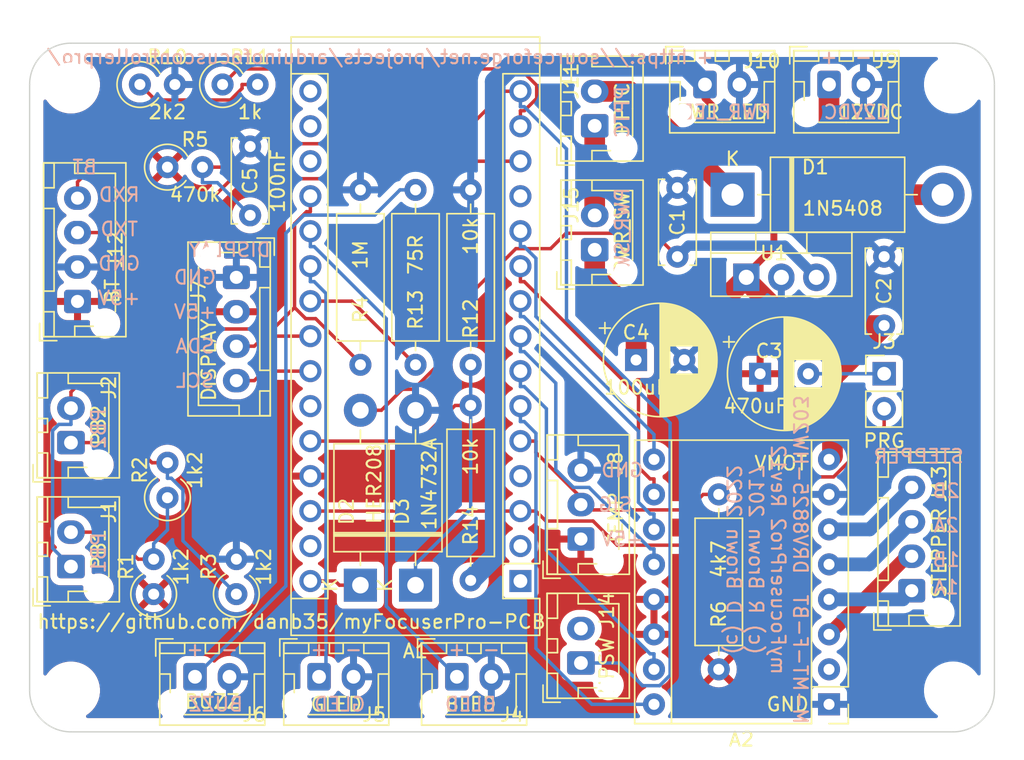
<source format=kicad_pcb>
(kicad_pcb (version 20211014) (generator pcbnew)
  (layers (0 "F.Cu" signal) (31 "B.Cu" signal) (34 "B.Paste" user) (35 "F.Paste" user) (36 "B.SilkS" user "B.Silkscreen") (37 "F.SilkS" user "F.Silkscreen") (38 "B.Mask" user) (39 "F.Mask" user) (44 "Edge.Cuts" user))
  (net 0 "")
  (net 3 "/RES")
  (net 4 "GND")
  (net 5 "/D2")
  (net 6 "/D3")
  (net 7 "/D4")
  (net 8 "/D5")
  (net 9 "/D6")
  (net 10 "/D7")
  (net 11 "/D8")
  (net 13 "/D10")
  (net 14 "/D11")
  (net 15 "/D12")
  (net 19 "/A0")
  (net 20 "/A1")
  (net 21 "/A2")
  (net 22 "/A3")
  (net 23 "/A4")
  (net 24 "/A5")
  (net 26 "/A7")
  (net 27 "+5V")
  (net 28 "Net-(A1-Pad30)")
  (net 30 "Net-(A2-Pad3)")
  (net 31 "Net-(A2-Pad4)")
  (net 32 "Net-(A2-Pad5)")
  (net 33 "Net-(A2-Pad6)")
  (net 34 "+12V")
  (net 35 "+8V")
  (net 36 "Net-(C3-Pad2)")
  (net 37 "Net-(D1-Pad1)")
  (net 38 "Net-(D1-Pad2)")
  (net 39 "Net-(J1-Pad2)")
  (net 40 "Net-(J2-Pad1)")
  (net 41 "Net-(J6-Pad1)")
  (net 42 "Net-(J11-Pad1)")
  (net 43 "Net-(J12-Pad4)")
  (footprint "MountingHole:MountingHole_3.2mm_M3" (layer "F.Cu") (at 43 147)
    (fp_text reference "H4")
    (fp_text value "MountingHole")
    (pad "" np_thru_hole circle (at 0 0) (size 3.2 3.2) (drill 3.2) (layers *.Cu *.Mask))
  )
  (footprint "Resistor_THT:R_Axial_DIN0309_L9.0mm_D3.2mm_P2.54mm_Vertical" (layer "F.Cu") (at 50 133 90)
    (fp_text reference "R2" (at 2 -2 90) (layer "F.SilkS"))
    (fp_text value "1k2" (at 2 2 90) (layer "F.SilkS"))
    (pad "1" thru_hole circle (at 0 0 90) (size 1.6 1.6) (drill 0.8) (layers *.Cu *.Mask) (net 39 "Net-(J1-Pad2)"))
    (pad "2" thru_hole oval (at 2.54 0 90) (size 1.6 1.6) (drill 0.8) (layers *.Cu *.Mask) (net 40 "Net-(J2-Pad1)"))
  )
  (footprint "Connector_JST:JST_XH_B2B-XH-AM_1x02_P2.50mm_Vertical" (layer "F.Cu") (at 61 146)
    (fp_text reference "J5" (at 4 2.75) (layer "F.SilkS"))
    (fp_text value "GLED" (at 1.25 2) (layer "F.SilkS"))
    (pad "" np_thru_hole circle (at -1.6 2) (size 1.2 1.2) (drill 1.2) (layers *.Cu *.Mask))
    (pad "1" thru_hole roundrect (at 0 0) (size 1.7 2) (drill 1) (layers *.Cu *.Mask) (roundrect_rratio 0.1470588235) (net 21 "/A2"))
    (pad "2" thru_hole oval (at 2.5 0) (size 1.7 2) (drill 1) (layers *.Cu *.Mask) (net 4 "GND"))
  )
  (footprint "Capacitor_THT:C_Disc_D6.0mm_W2.5mm_P5.00mm" (layer "F.Cu") (at 102 120.5 90)
    (fp_text reference "C2" (at 2.5 0 90) (layer "F.SilkS"))
    (fp_text value "0.33uF")
    (pad "1" thru_hole circle (at 0 0 90) (size 1.6 1.6) (drill 0.8) (layers *.Cu *.Mask) (net 34 "+12V"))
    (pad "2" thru_hole circle (at 5 0 90) (size 1.6 1.6) (drill 0.8) (layers *.Cu *.Mask) (net 4 "GND"))
  )
  (footprint "Connector_JST:JST_XH_B4B-XH-AM_1x04_P2.50mm_Vertical" (layer "F.Cu") (at 55 117 -90)
    (fp_text reference "J7" (at 1 2.75 90) (layer "F.SilkS"))
    (fp_text value "DISPLAY" (at 6 2 90) (layer "F.SilkS"))
    (pad "" np_thru_hole circle (at -1.6 2 270) (size 1.2 1.2) (drill 1.2) (layers *.Cu *.Mask))
    (pad "1" thru_hole roundrect (at 0 0 270) (size 1.7 1.95) (drill 0.95) (layers *.Cu *.Mask) (roundrect_rratio 0.1470588235) (net 4 "GND"))
    (pad "2" thru_hole oval (at 2.5 0 270) (size 1.7 1.95) (drill 0.95) (layers *.Cu *.Mask) (net 27 "+5V"))
    (pad "3" thru_hole oval (at 5 0 270) (size 1.7 1.95) (drill 0.95) (layers *.Cu *.Mask) (net 23 "/A4"))
    (pad "4" thru_hole oval (at 7.5 0 270) (size 1.7 1.95) (drill 0.95) (layers *.Cu *.Mask) (net 24 "/A5"))
  )
  (footprint "Resistor_THT:R_Axial_DIN0309_L9.0mm_D3.2mm_P12.70mm_Horizontal" (layer "F.Cu") (at 64 123.35 90)
    (fp_text reference "R4" (at 4 0 90) (layer "F.SilkS"))
    (fp_text value "1M" (at 8 0 90) (layer "F.SilkS"))
    (pad "1" thru_hole circle (at 0 0 90) (size 1.6 1.6) (drill 0.8) (layers *.Cu *.Mask) (net 19 "/A0"))
    (pad "2" thru_hole oval (at 12.7 0 90) (size 1.6 1.6) (drill 0.8) (layers *.Cu *.Mask) (net 4 "GND"))
  )
  (footprint "Connector_JST:JST_XH_B3B-XH-AM_1x03_P2.50mm_Vertical" (layer "F.Cu") (at 80 136 90)
    (fp_text reference "J8" (at 5.5 2.5 90) (layer "F.SilkS"))
    (fp_text value "TEMP" (at 1.5 2.525 90) (layer "F.SilkS"))
    (pad "" np_thru_hole circle (at -1.6 2 90) (size 1.2 1.2) (drill 1.2) (layers *.Cu *.Mask))
    (pad "1" thru_hole roundrect (at 0 0 90) (size 1.7 1.95) (drill 0.95) (layers *.Cu *.Mask) (roundrect_rratio 0.1470588235) (net 27 "+5V"))
    (pad "2" thru_hole oval (at 2.5 0 90) (size 1.7 1.95) (drill 0.95) (layers *.Cu *.Mask) (net 5 "/D2"))
    (pad "3" thru_hole oval (at 5 0 90) (size 1.7 1.95) (drill 0.95) (layers *.Cu *.Mask) (net 4 "GND"))
  )
  (footprint "Resistor_THT:R_Axial_DIN0309_L9.0mm_D3.2mm_P2.54mm_Vertical" (layer "F.Cu") (at 54 103)
    (fp_text reference "R11" (at 2 -2) (layer "F.SilkS"))
    (fp_text value "1k" (at 2 2) (layer "F.SilkS"))
    (pad "1" thru_hole circle (at 0 0) (size 1.6 1.6) (drill 0.8) (layers *.Cu *.Mask) (net 14 "/D11"))
    (pad "2" thru_hole oval (at 2.54 0) (size 1.6 1.6) (drill 0.8) (layers *.Cu *.Mask) (net 43 "Net-(J12-Pad4)"))
  )
  (footprint "Connector_JST:JST_XH_B2B-XH-AM_1x02_P2.50mm_Vertical" (layer "F.Cu") (at 81 106 90)
    (fp_text reference "J11" (at 3.25 -1.7 90) (layer "F.SilkS"))
    (fp_text value "PPTC" (at 1.25 2 90) (layer "F.SilkS"))
    (pad "" np_thru_hole circle (at -1.6 2 90) (size 1.2 1.2) (drill 1.2) (layers *.Cu *.Mask))
    (pad "1" thru_hole roundrect (at 0 0 90) (size 1.7 2) (drill 1) (layers *.Cu *.Mask) (roundrect_rratio 0.1470588235) (net 42 "Net-(J11-Pad1)"))
    (pad "2" thru_hole oval (at 2.5 0 90) (size 1.7 2) (drill 1) (layers *.Cu *.Mask) (net 37 "Net-(D1-Pad1)"))
  )
  (footprint "Resistor_THT:R_Axial_DIN0309_L9.0mm_D3.2mm_P12.70mm_Horizontal" (layer "F.Cu") (at 72 139 90)
    (fp_text reference "R14" (at 4 0 90) (layer "F.SilkS"))
    (fp_text value "10k" (at 9 0 90) (layer "F.SilkS"))
    (pad "1" thru_hole circle (at 0 0 90) (size 1.6 1.6) (drill 0.8) (layers *.Cu *.Mask) (net 34 "+12V"))
    (pad "2" thru_hole oval (at 12.7 0 90) (size 1.6 1.6) (drill 0.8) (layers *.Cu *.Mask) (net 26 "/A7"))
  )
  (footprint "Resistor_THT:R_Axial_DIN0309_L9.0mm_D3.2mm_P12.70mm_Horizontal" (layer "F.Cu") (at 90 145.46 90)
    (fp_text reference "R6" (at 4 0 90) (layer "F.SilkS"))
    (fp_text value "4k7" (at 8 0 90) (layer "F.SilkS"))
    (pad "1" thru_hole circle (at 0 0 90) (size 1.6 1.6) (drill 0.8) (layers *.Cu *.Mask) (net 27 "+5V"))
    (pad "2" thru_hole oval (at 12.7 0 90) (size 1.6 1.6) (drill 0.8) (layers *.Cu *.Mask) (net 5 "/D2"))
  )
  (footprint "Connector_JST:JST_XH_B2B-XH-AM_1x02_P2.50mm_Vertical" (layer "F.Cu") (at 52 146)
    (fp_text reference "J6" (at 4.3 2.75) (layer "F.SilkS"))
    (fp_text value "BUZZ" (at 1.25 1.8) (layer "F.SilkS"))
    (pad "" np_thru_hole circle (at -1.6 2) (size 1.2 1.2) (drill 1.2) (layers *.Cu *.Mask))
    (pad "1" thru_hole roundrect (at 0 0) (size 1.7 2) (drill 1) (layers *.Cu *.Mask) (roundrect_rratio 0.1470588235) (net 41 "Net-(J6-Pad1)"))
    (pad "2" thru_hole oval (at 2.5 0) (size 1.7 2) (drill 1) (layers *.Cu *.Mask) (net 4 "GND"))
  )
  (footprint "Resistor_THT:R_Axial_DIN0309_L9.0mm_D3.2mm_P2.54mm_Vertical" (layer "F.Cu") (at 49 140 90)
    (fp_text reference "R1" (at 2 -2 90) (layer "F.SilkS"))
    (fp_text value "1k2" (at 2 2 90) (layer "F.SilkS"))
    (pad "1" thru_hole circle (at 0 0 90) (size 1.6 1.6) (drill 0.8) (layers *.Cu *.Mask) (net 27 "+5V"))
    (pad "2" thru_hole oval (at 2.54 0 90) (size 1.6 1.6) (drill 0.8) (layers *.Cu *.Mask) (net 39 "Net-(J1-Pad2)"))
  )
  (footprint "Resistor_THT:R_Axial_DIN0309_L9.0mm_D3.2mm_P2.54mm_Vertical" (layer "F.Cu") (at 50 109)
    (fp_text reference "R5" (at 2 -2) (layer "F.SilkS"))
    (fp_text value "470k" (at 2 2) (layer "F.SilkS"))
    (pad "1" thru_hole circle (at 0 0) (size 1.6 1.6) (drill 0.8) (layers *.Cu *.Mask) (net 27 "+5V"))
    (pad "2" thru_hole oval (at 2.54 0) (size 1.6 1.6) (drill 0.8) (layers *.Cu *.Mask) (net 15 "/D12"))
  )
  (footprint "MountingHole:MountingHole_3.2mm_M3" (layer "F.Cu") (at 43 103)
    (fp_text reference "H1")
    (fp_text value "MountingHole")
    (pad "" np_thru_hole circle (at 0 0) (size 3.2 3.2) (drill 3.2) (layers *.Cu *.Mask))
  )
  (footprint "Connector_PinHeader_2.54mm:PinHeader_1x02_P2.54mm_Vertical" (layer "F.Cu") (at 102 124)
    (fp_text reference "J3" (at 0 -2.33) (layer "F.SilkS"))
    (fp_text value "PRG" (at 0 4.87) (layer "F.SilkS"))
    (pad "1" thru_hole rect (at 0 0) (size 1.7 1.7) (drill 1) (layers *.Cu *.Mask) (net 36 "Net-(C3-Pad2)"))
    (pad "2" thru_hole oval (at 0 2.54) (size 1.7 1.7) (drill 1) (layers *.Cu *.Mask) (net 3 "/RES"))
  )
  (footprint "Connector_JST:JST_XH_B2B-XH-AM_1x02_P2.50mm_Vertical" (layer "F.Cu") (at 71 146)
    (fp_text reference "J4" (at 4 2.75) (layer "F.SilkS"))
    (fp_text value "BLED" (at 1 2) (layer "F.SilkS"))
    (pad "" np_thru_hole circle (at -1.6 2) (size 1.2 1.2) (drill 1.2) (layers *.Cu *.Mask))
    (pad "1" thru_hole roundrect (at 0 0) (size 1.7 2) (drill 1) (layers *.Cu *.Mask) (roundrect_rratio 0.1470588235) (net 20 "/A1"))
    (pad "2" thru_hole oval (at 2.5 0) (size 1.7 2) (drill 1) (layers *.Cu *.Mask) (net 4 "GND"))
  )
  (footprint "Diode_THT:D_DO-15_P12.70mm_Horizontal" (layer "F.Cu") (at 68 139.35 90)
    (fp_text reference "D3" (at 5.35 -1 90) (layer "F.SilkS"))
    (fp_text value "1N4732A" (at 7.35 1 90) (layer "F.SilkS"))
    (fp_text user "K" (at 0 -2.2 90) (layer "F.SilkS"))
    (pad "1" thru_hole rect (at 0 0 90) (size 2.4 2.4) (drill 1.2) (layers *.Cu *.Mask) (net 26 "/A7"))
    (pad "2" thru_hole oval (at 12.7 0 90) (size 2.4 2.4) (drill 1.2) (layers *.Cu *.Mask) (net 4 "GND"))
  )
  (footprint "Connector_JST:JST_XH_B4B-XH-AM_1x04_P2.50mm_Vertical" (layer "F.Cu") (at 43.475 118.75 90)
    (fp_text reference "J12" (at 3.75 2.75 90) (layer "F.SilkS"))
    (fp_text value "BT" (at 0.75 2.525 90) (layer "F.SilkS"))
    (pad "" np_thru_hole circle (at -1.6 2 90) (size 1.2 1.2) (drill 1.2) (layers *.Cu *.Mask))
    (pad "1" thru_hole roundrect (at 0 0 90) (size 1.7 1.95) (drill 0.95) (layers *.Cu *.Mask) (roundrect_rratio 0.1470588235) (net 27 "+5V"))
    (pad "2" thru_hole oval (at 2.5 0 90) (size 1.7 1.95) (drill 0.95) (layers *.Cu *.Mask) (net 4 "GND"))
    (pad "3" thru_hole oval (at 5 0 90) (size 1.7 1.95) (drill 0.95) (layers *.Cu *.Mask) (net 13 "/D10"))
    (pad "4" thru_hole oval (at 7.5 0 90) (size 1.7 1.95) (drill 0.95) (layers *.Cu *.Mask) (net 43 "Net-(J12-Pad4)"))
  )
  (footprint "Diode_THT:D_DO-201AD_P15.24mm_Horizontal" (layer "F.Cu") (at 91 111)
    (fp_text reference "D1" (at 6 -2) (layer "F.SilkS"))
    (fp_text value "1N5408" (at 8 1) (layer "F.SilkS"))
    (fp_text user "K" (at 0 -2.6) (layer "F.SilkS"))
    (pad "1" thru_hole rect (at 0 0) (size 3.2 3.2) (drill 1.6) (layers *.Cu *.Mask) (net 37 "Net-(D1-Pad1)"))
    (pad "2" thru_hole oval (at 15.24 0) (size 3.2 3.2) (drill 1.6) (layers *.Cu *.Mask) (net 38 "Net-(D1-Pad2)"))
  )
  (footprint "Module:Pololu_Breakout-16_15.2x20.3mm" (layer "F.Cu") (at 98 148 180)
    (fp_text reference "A2" (at 6.35 -2.54) (layer "F.SilkS"))
    (fp_text value "Pololu_Breakout_DRV8825")
    (pad "1" thru_hole rect (at 0 0 180) (size 1.6 1.6) (drill 0.8) (layers *.Cu *.Mask) (net 4 "GND"))
    (pad "2" thru_hole oval (at 0 2.54 180) (size 1.6 1.6) (drill 0.8) (layers *.Cu *.Mask))
    (pad "3" thru_hole oval (at 0 5.08 180) (size 1.6 1.6) (drill 0.8) (layers *.Cu *.Mask) (net 30 "Net-(A2-Pad3)"))
    (pad "4" thru_hole oval (at 0 7.62 180) (size 1.6 1.6) (drill 0.8) (layers *.Cu *.Mask) (net 31 "Net-(A2-Pad4)"))
    (pad "5" thru_hole oval (at 0 10.16 180) (size 1.6 1.6) (drill 0.8) (layers *.Cu *.Mask) (net 32 "Net-(A2-Pad5)"))
    (pad "6" thru_hole oval (at 0 12.7 180) (size 1.6 1.6) (drill 0.8) (layers *.Cu *.Mask) (net 33 "Net-(A2-Pad6)"))
    (pad "7" thru_hole oval (at 0 15.24 180) (size 1.6 1.6) (drill 0.8) (layers *.Cu *.Mask) (net 4 "GND"))
    (pad "8" thru_hole oval (at 0 17.78 180) (size 1.6 1.6) (drill 0.8) (layers *.Cu *.Mask) (net 34 "+12V"))
    (pad "9" thru_hole oval (at 12.7 17.78 180) (size 1.6 1.6) (drill 0.8) (layers *.Cu *.Mask) (net 11 "/D8"))
    (pad "10" thru_hole oval (at 12.7 15.24 180) (size 1.6 1.6) (drill 0.8) (layers *.Cu *.Mask) (net 10 "/D7"))
    (pad "11" thru_hole oval (at 12.7 12.7 180) (size 1.6 1.6) (drill 0.8) (layers *.Cu *.Mask) (net 9 "/D6"))
    (pad "12" thru_hole oval (at 12.7 10.16 180) (size 1.6 1.6) (drill 0.8) (layers *.Cu *.Mask) (net 8 "/D5"))
    (pad "13" thru_hole oval (at 12.7 7.62 180) (size 1.6 1.6) (drill 0.8) (layers *.Cu *.Mask) (net 27 "+5V"))
    (pad "14" thru_hole oval (at 12.7 5.08 180) (size 1.6 1.6) (drill 0.8) (layers *.Cu *.Mask) (net 27 "+5V"))
    (pad "15" thru_hole oval (at 12.7 2.54 180) (size 1.6 1.6) (drill 0.8) (layers *.Cu *.Mask) (net 7 "/D4"))
    (pad "16" thru_hole oval (at 12.7 0 180) (size 1.6 1.6) (drill 0.8) (layers *.Cu *.Mask) (net 6 "/D3"))
  )
  (footprint "Package_TO_SOT_THT:TO-220-3_Vertical" (layer "F.Cu") (at 92 117)
    (fp_text reference "U1" (at 2 -1.76) (layer "F.SilkS"))
    (fp_text value "LM7808_TO220")
    (pad "1" thru_hole rect (at 0 0) (size 1.905 2) (drill 1.1) (layers *.Cu *.Mask) (net 34 "+12V"))
    (pad "2" thru_hole oval (at 2.54 0) (size 1.905 2) (drill 1.1) (layers *.Cu *.Mask) (net 4 "GND"))
    (pad "3" thru_hole oval (at 5.08 0) (size 1.905 2) (drill 1.1) (layers *.Cu *.Mask) (net 35 "+8V"))
  )
  (footprint "Connector_JST:JST_XH_B2B-XH-AM_1x02_P2.50mm_Vertical" (layer "F.Cu") (at 98 103)
    (fp_text reference "J9" (at 4.15 -1.7) (layer "F.SilkS"))
    (fp_text value "12VDC" (at 3 2) (layer "F.SilkS"))
    (pad "" np_thru_hole circle (at -1.6 2) (size 1.2 1.2) (drill 1.2) (layers *.Cu *.Mask))
    (pad "1" thru_hole roundrect (at 0 0) (size 1.7 2) (drill 1) (layers *.Cu *.Mask) (roundrect_rratio 0.1470588235) (net 38 "Net-(D1-Pad2)"))
    (pad "2" thru_hole oval (at 2.5 0) (size 1.7 2) (drill 1) (layers *.Cu *.Mask) (net 4 "GND"))
  )
  (footprint "Capacitor_THT:CP_Radial_D8.0mm_P3.50mm" (layer "F.Cu") (at 93 124)
    (fp_text reference "C3" (at 0.652651 -1.65) (layer "F.SilkS"))
    (fp_text value "470uF" (at -0.347349 2.35) (layer "F.SilkS"))
    (pad "1" thru_hole rect (at 0 0) (size 1.6 1.6) (drill 0.8) (layers *.Cu *.Mask) (net 27 "+5V"))
    (pad "2" thru_hole circle (at 3.5 0) (size 1.6 1.6) (drill 0.8) (layers *.Cu *.Mask) (net 36 "Net-(C3-Pad2)"))
  )
  (footprint "Connector_JST:JST_XH_B2B-XH-AM_1x02_P2.50mm_Vertical" (layer "F.Cu") (at 81 115 90)
    (fp_text reference "J15" (at 3.25 -1.7 90) (layer "F.SilkS"))
    (fp_text value "PWR_SW" (at 1.25 2 90) (layer "F.SilkS"))
    (pad "" np_thru_hole circle (at -1.6 2 90) (size 1.2 1.2) (drill 1.2) (layers *.Cu *.Mask))
    (pad "1" thru_hole roundrect (at 0 0 90) (size 1.7 2) (drill 1) (layers *.Cu *.Mask) (roundrect_rratio 0.1470588235) (net 34 "+12V"))
    (pad "2" thru_hole oval (at 2.5 0 90) (size 1.7 2) (drill 1) (layers *.Cu *.Mask) (net 42 "Net-(J11-Pad1)"))
  )
  (footprint "Capacitor_THT:C_Disc_D6.0mm_W2.5mm_P5.00mm" (layer "F.Cu") (at 56 112.5 90)
    (fp_text reference "C5" (at 2.5 0 90) (layer "F.SilkS"))
    (fp_text value "100nF" (at 2.5 2 90) (layer "F.SilkS"))
    (pad "1" thru_hole circle (at 0 0 90) (size 1.6 1.6) (drill 0.8) (layers *.Cu *.Mask) (net 15 "/D12"))
    (pad "2" thru_hole circle (at 5 0 90) (size 1.6 1.6) (drill 0.8) (layers *.Cu *.Mask) (net 4 "GND"))
  )
  (footprint "Capacitor_THT:C_Disc_D6.0mm_W2.5mm_P5.00mm" (layer "F.Cu") (at 87 115.5 90)
    (fp_text reference "C1" (at 2.5 0 90) (layer "F.SilkS"))
    (fp_text value "0.1uF")
    (pad "1" thru_hole circle (at 0 0 90) (size 1.6 1.6) (drill 0.8) (layers *.Cu *.Mask) (net 35 "+8V"))
    (pad "2" thru_hole circle (at 5 0 90) (size 1.6 1.6) (drill 0.8) (layers *.Cu *.Mask) (net 4 "GND"))
  )
  (footprint "MountingHole:MountingHole_3.2mm_M3" (layer "F.Cu") (at 107 147)
    (fp_text reference "H3")
    (fp_text value "MountingHole")
    (pad "" np_thru_hole circle (at 0 0) (size 3.2 3.2) (drill 3.2) (layers *.Cu *.Mask))
  )
  (footprint "Resistor_THT:R_Axial_DIN0309_L9.0mm_D3.2mm_P12.70mm_Horizontal" (layer "F.Cu") (at 72 123.35 90)
    (fp_text reference "R12" (at 3.35 0 90) (layer "F.SilkS"))
    (fp_text value "10k" (at 9.35 0 90) (layer "F.SilkS"))
    (pad "1" thru_hole circle (at 0 0 90) (size 1.6 1.6) (drill 0.8) (layers *.Cu *.Mask) (net 26 "/A7"))
    (pad "2" thru_hole oval (at 12.7 0 90) (size 1.6 1.6) (drill 0.8) (layers *.Cu *.Mask) (net 4 "GND"))
  )
  (footprint "Resistor_THT:R_Axial_DIN0309_L9.0mm_D3.2mm_P2.54mm_Vertical" (layer "F.Cu") (at 55 140 90)
    (fp_text reference "R3" (at 2 -2 90) (layer "F.SilkS"))
    (fp_text value "1k2" (at 2 2 90) (layer "F.SilkS"))
    (pad "1" thru_hole circle (at 0 0 90) (size 1.6 1.6) (drill 0.8) (layers *.Cu *.Mask) (net 40 "Net-(J2-Pad1)"))
    (pad "2" thru_hole oval (at 2.54 0 90) (size 1.6 1.6) (drill 0.8) (layers *.Cu *.Mask) (net 4 "GND"))
  )
  (footprint "Diode_THT:D_DO-15_P12.70mm_Horizontal" (layer "F.Cu") (at 64 139.35 90)
    (fp_text reference "D2" (at 5.35 -1 90) (layer "F.SilkS"))
    (fp_text value "HER208" (at 7.35 1 90) (layer "F.SilkS"))
    (fp_text user "K" (at 0 -2.2 90) (layer "F.SilkS"))
    (pad "1" thru_hole rect (at 0 0 90) (size 2.4 2.4) (drill 1.2) (layers *.Cu *.Mask) (net 28 "Net-(A1-Pad30)"))
    (pad "2" thru_hole oval (at 12.7 0 90) (size 2.4 2.4) (drill 1.2) (layers *.Cu *.Mask) (net 35 "+8V"))
  )
  (footprint "Resistor_THT:R_Axial_DIN0309_L9.0mm_D3.2mm_P2.54mm_Vertical" (layer "F.Cu") (at 48 103)
    (fp_text reference "R10" (at 2 -2) (layer "F.SilkS"))
    (fp_text value "2k2" (at 2 2) (layer "F.SilkS"))
    (pad "1" thru_hole circle (at 0 0) (size 1.6 1.6) (drill 0.8) (layers *.Cu *.Mask) (net 43 "Net-(J12-Pad4)"))
    (pad "2" thru_hole oval (at 2.54 0) (size 1.6 1.6) (drill 0.8) (layers *.Cu *.Mask) (net 4 "GND"))
  )
  (footprint "Connector_JST:JST_XH_B2B-XH-AM_1x02_P2.50mm_Vertical" (layer "F.Cu") (at 43 129 90)
    (fp_text reference "J2" (at 4 2.75 90) (layer "F.SilkS"))
    (fp_text value "PB2" (at 1.25 2 90) (layer "F.SilkS"))
    (pad "" np_thru_hole circle (at -1.6 2 90) (size 1.2 1.2) (drill 1.2) (layers *.Cu *.Mask))
    (pad "1" thru_hole roundrect (at 0 0 90) (size 1.7 2) (drill 1) (layers *.Cu *.Mask) (roundrect_rratio 0.1470588235) (net 40 "Net-(J2-Pad1)"))
    (pad "2" thru_hole oval (at 2.5 0 90) (size 1.7 2) (drill 1) (layers *.Cu *.Mask) (net 19 "/A0"))
  )
  (footprint "Connector_JST:JST_XH_B2B-XH-AM_1x02_P2.50mm_Vertical" (layer "F.Cu") (at 89 103)
    (fp_text reference "J10" (at 4.15 -1.7) (layer "F.SilkS"))
    (fp_text value "PWR_LED" (at 1.25 2) (layer "F.SilkS"))
    (pad "" np_thru_hole circle (at -1.6 2) (size 1.2 1.2) (drill 1.2) (layers *.Cu *.Mask))
    (pad "1" thru_hole roundrect (at 0 0) (size 1.7 2) (drill 1) (layers *.Cu *.Mask) (roundrect_rratio 0.1470588235) (net 34 "+12V"))
    (pad "2" thru_hole oval (at 2.5 0) (size 1.7 2) (drill 1) (layers *.Cu *.Mask) (net 4 "GND"))
  )
  (footprint "Connector_JST:JST_XH_B2B-XH-AM_1x02_P2.50mm_Vertical" (layer "F.Cu") (at 43 138 90)
    (fp_text reference "J1" (at 4 2.75 90) (layer "F.SilkS"))
    (fp_text value "PB1" (at 1.25 2 90) (layer "F.SilkS"))
    (pad "" np_thru_hole circle (at -1.6 2 90) (size 1.2 1.2) (drill 1.2) (layers *.Cu *.Mask))
    (pad "1" thru_hole roundrect (at 0 0 90) (size 1.7 2) (drill 1) (layers *.Cu *.Mask) (roundrect_rratio 0.1470588235) (net 19 "/A0"))
    (pad "2" thru_hole oval (at 2.5 0 90) (size 1.7 2) (drill 1) (layers *.Cu *.Mask) (net 39 "Net-(J1-Pad2)"))
  )
  (footprint "Capacitor_THT:CP_Radial_D8.0mm_P3.50mm" (layer "F.Cu") (at 84 123)
    (fp_text reference "C4" (at 0 -2) (layer "F.SilkS"))
    (fp_text value "100uF" (at 0 2) (layer "F.SilkS"))
    (pad "1" thru_hole rect (at 0 0) (size 1.6 1.6) (drill 0.8) (layers *.Cu *.Mask) (net 34 "+12V"))
    (pad "2" thru_hole circle (at 3.5 0) (size 1.6 1.6) (drill 0.8) (layers *.Cu *.Mask) (net 4 "GND"))
  )
  (footprint "Connector_JST:JST_XH_B4B-XH-AM_1x04_P2.50mm_Vertical" (layer "F.Cu") (at 104 139.75 90)
    (fp_text reference "J13" (at 7.75 2 90) (layer "F.SilkS"))
    (fp_text value "STEPPER" (at 2.75 2 90) (layer "F.SilkS"))
    (pad "" np_thru_hole circle (at -1.6 2 90) (size 1.2 1.2) (drill 1.2) (layers *.Cu *.Mask))
    (pad "1" thru_hole roundrect (at 0 0 90) (size 1.7 1.95) (drill 0.95) (layers *.Cu *.Mask) (roundrect_rratio 0.1470588235) (net 31 "Net-(A2-Pad4)"))
    (pad "2" thru_hole oval (at 2.5 0 90) (size 1.7 1.95) (drill 0.95) (layers *.Cu *.Mask) (net 30 "Net-(A2-Pad3)"))
    (pad "3" thru_hole oval (at 5 0 90) (size 1.7 1.95) (drill 0.95) (layers *.Cu *.Mask) (net 32 "Net-(A2-Pad5)"))
    (pad "4" thru_hole oval (at 7.5 0 90) (size 1.7 1.95) (drill 0.95) (layers *.Cu *.Mask) (net 33 "Net-(A2-Pad6)"))
  )
  (footprint "MountingHole:MountingHole_3.2mm_M3" (layer "F.Cu") (at 107 103)
    (fp_text reference "H2")
    (fp_text value "MountingHole")
    (pad "" np_thru_hole circle (at 0 0) (size 3.2 3.2) (drill 3.2) (layers *.Cu *.Mask))
  )
  (footprint "Module:Arduino_Nano" (layer "F.Cu") (at 75.61 139.05 180)
    (fp_text reference "A1" (at 7.62 -5.08) (layer "F.SilkS"))
    (fp_text value "Arduino_Nano_v3.x")
    (pad "1" thru_hole rect (at 0 0 180) (size 1.6 1.6) (drill 1) (layers *.Cu *.Mask))
    (pad "2" thru_hole oval (at 0 2.54 180) (size 1.6 1.6) (drill 1) (layers *.Cu *.Mask))
    (pad "3" thru_hole oval (at 0 5.08 180) (size 1.6 1.6) (drill 1) (layers *.Cu *.Mask) (net 3 "/RES"))
    (pad "4" thru_hole oval (at 0 7.62 180) (size 1.6 1.6) (drill 1) (layers *.Cu *.Mask) (net 4 "GND"))
    (pad "5" thru_hole oval (at 0 10.16 180) (size 1.6 1.6) (drill 1) (layers *.Cu *.Mask) (net 5 "/D2"))
    (pad "6" thru_hole oval (at 0 12.7 180) (size 1.6 1.6) (drill 1) (layers *.Cu *.Mask) (net 6 "/D3"))
    (pad "7" thru_hole oval (at 0 15.24 180) (size 1.6 1.6) (drill 1) (layers *.Cu *.Mask) (net 7 "/D4"))
    (pad "8" thru_hole oval (at 0 17.78 180) (size 1.6 1.6) (drill 1) (layers *.Cu *.Mask) (net 8 "/D5"))
    (pad "9" thru_hole oval (at 0 20.32 180) (size 1.6 1.6) (drill 1) (layers *.Cu *.Mask) (net 9 "/D6"))
    (pad "10" thru_hole oval (at 0 22.86 180) (size 1.6 1.6) (drill 1) (layers *.Cu *.Mask) (net 10 "/D7"))
    (pad "11" thru_hole oval (at 0 25.4 180) (size 1.6 1.6) (drill 1) (layers *.Cu *.Mask) (net 11 "/D8"))
    (pad "12" thru_hole oval (at 0 27.94 180) (size 1.6 1.6) (drill 1) (layers *.Cu *.Mask))
    (pad "13" thru_hole oval (at 0 30.48 180) (size 1.6 1.6) (drill 1) (layers *.Cu *.Mask) (net 13 "/D10"))
    (pad "14" thru_hole oval (at 0 33.02 180) (size 1.6 1.6) (drill 1) (layers *.Cu *.Mask) (net 14 "/D11"))
    (pad "15" thru_hole oval (at 0 35.56 180) (size 1.6 1.6) (drill 1) (layers *.Cu *.Mask) (net 15 "/D12"))
    (pad "16" thru_hole oval (at 15.24 35.56 180) (size 1.6 1.6) (drill 1) (layers *.Cu *.Mask))
    (pad "17" thru_hole oval (at 15.24 33.02 180) (size 1.6 1.6) (drill 1) (layers *.Cu *.Mask))
    (pad "18" thru_hole oval (at 15.24 30.48 180) (size 1.6 1.6) (drill 1) (layers *.Cu *.Mask))
    (pad "19" thru_hole oval (at 15.24 27.94 180) (size 1.6 1.6) (drill 1) (layers *.Cu *.Mask) (net 19 "/A0"))
    (pad "20" thru_hole oval (at 15.24 25.4 180) (size 1.6 1.6) (drill 1) (layers *.Cu *.Mask) (net 20 "/A1"))
    (pad "21" thru_hole oval (at 15.24 22.86 180) (size 1.6 1.6) (drill 1) (layers *.Cu *.Mask) (net 21 "/A2"))
    (pad "22" thru_hole oval (at 15.24 20.32 180) (size 1.6 1.6) (drill 1) (layers *.Cu *.Mask) (net 22 "/A3"))
    (pad "23" thru_hole oval (at 15.24 17.78 180) (size 1.6 1.6) (drill 1) (layers *.Cu *.Mask) (net 23 "/A4"))
    (pad "24" thru_hole oval (at 15.24 15.24 180) (size 1.6 1.6) (drill 1) (layers *.Cu *.Mask) (net 24 "/A5"))
    (pad "25" thru_hole oval (at 15.24 12.7 180) (size 1.6 1.6) (drill 1) (layers *.Cu *.Mask))
    (pad "26" thru_hole oval (at 15.24 10.16 180) (size 1.6 1.6) (drill 1) (layers *.Cu *.Mask) (net 26 "/A7"))
    (pad "27" thru_hole oval (at 15.24 7.62 180) (size 1.6 1.6) (drill 1) (layers *.Cu *.Mask) (net 27 "+5V"))
    (pad "28" thru_hole oval (at 15.24 5.08 180) (size 1.6 1.6) (drill 1) (layers *.Cu *.Mask) (net 3 "/RES"))
    (pad "29" thru_hole oval (at 15.24 2.54 180) (size 1.6 1.6) (drill 1) (layers *.Cu *.Mask) (net 4 "GND"))
    (pad "30" thru_hole oval (at 15.24 0 180) (size 1.6 1.6) (drill 1) (layers *.Cu *.Mask) (net 28 "Net-(A1-Pad30)"))
  )
  (footprint "Resistor_THT:R_Axial_DIN0309_L9.0mm_D3.2mm_P12.70mm_Horizontal" (layer "F.Cu") (at 68 123.35 90)
    (fp_text reference "R13" (at 4 0 90) (layer "F.SilkS"))
    (fp_text value "75R" (at 8 0 90) (layer "F.SilkS"))
    (pad "1" thru_hole circle (at 0 0 90) (size 1.6 1.6) (drill 0.8) (layers *.Cu *.Mask) (net 22 "/A3"))
    (pad "2" thru_hole oval (at 12.7 0 90) (size 1.6 1.6) (drill 0.8) (layers *.Cu *.Mask) (net 41 "Net-(J6-Pad1)"))
  )
  (footprint "Connector_JST:JST_XH_B2B-XH-AM_1x02_P2.50mm_Vertical" (layer "F.Cu") (at 80 145 90)
    (fp_text reference "J14" (at 3.81 1.88 90) (layer "F.SilkS"))
    (fp_text value "HPSW" (at -0.19 1.88 90) (layer "F.SilkS"))
    (pad "" np_thru_hole circle (at -1.6 2 90) (size 1.2 1.2) (drill 1.2) (layers *.Cu *.Mask))
    (pad "1" thru_hole roundrect (at 0 0 90) (size 1.7 2) (drill 1) (layers *.Cu *.Mask) (roundrect_rratio 0.1470588235) (net 15 "/D12"))
    (pad "2" thru_hole oval (at 2.5 0 90) (size 1.7 2) (drill 1) (layers *.Cu *.Mask))
  )
  (gr_line (start 43 100) (end 107 100) (layer "Edge.Cuts") (width 0.1))
  (gr_arc (start 110 147) (mid 109.12132 149.12132) (end 107 150) (layer "Edge.Cuts") (width 0.1))
  (gr_line (start 107 150) (end 43 150) (layer "Edge.Cuts") (width 0.1))
  (gr_line (start 110 103) (end 110 147) (layer "Edge.Cuts") (width 0.1))
  (gr_arc (start 43 150) (mid 40.87868 149.12132) (end 40 147) (layer "Edge.Cuts") (width 0.1))
  (gr_line (start 40 147) (end 40 103) (layer "Edge.Cuts") (width 0.1))
  (gr_arc (start 107 100) (mid 109.12132 100.87868) (end 110 103) (layer "Edge.Cuts") (width 0.1))
  (gr_arc (start 40 103) (mid 40.87868 100.87868) (end 43 100) (layer "Edge.Cuts") (width 0.1))
  (gr_text "PB2" (at 45 128 90) (layer "B.SilkS") (effects (font (size 1 1)) (justify mirror)))
  (gr_text "1A" (at 106.5 139.5) (layer "B.SilkS") (effects (font (size 1 1)) (justify mirror)))
  (gr_text "GLED" (at 62.5 148) (layer "B.SilkS") (effects (font (size 1 1)) (justify mirror)))
  (gr_text "SCL" (at 52 124.5) (layer "B.SilkS") (effects (font (size 1 1)) (justify mirror)))
  (gr_text "+5V" (at 83 136) (layer "B.SilkS") (effects (font (size 1 1)) (justify mirror)))
  (gr_text "GND" (at 46.5 116) (layer "B.SilkS") (effects (font (size 1 1)) (justify mirror)))
  (gr_text "2A" (at 106.5 135) (layer "B.SilkS") (effects (font (size 1 1)) (justify mirror)))
  (gr_text "PPTC" (at 83 105 90) (layer "B.SilkS") (effects (font (size 1 1)) (justify mirror)))
  (gr_text "TXD" (at 46.5 113.5) (layer "B.SilkS") (effects (font (size 1 1)) (justify mirror)))
  (gr_text "PWR_LED" (at 90.5 105) (layer "B.SilkS") (effects (font (size 1 1)) (justify mirror)))
  (gr_text "PWR_SW" (at 83 113.5 90) (layer "B.SilkS") (effects (font (size 1 1)) (justify mirror)))
  (gr_text "-" (at 73.5 144) (layer "B.SilkS") (effects (font (size 1 1)) (justify mirror)))
  (gr_text "+" (at 98 101) (layer "B.SilkS") (effects (font (size 1 1)) (justify mirror)))
  (gr_text "GND" (at 52 117) (layer "B.SilkS") (effects (font (size 1 1)) (justify mirror)))
  (gr_text "12VDC" (at 100 105) (layer "B.SilkS") (effects (font (size 1 1)) (justify mirror)))
  (gr_text "-" (at 54.5 144) (layer "B.SilkS") (effects (font (size 1 1)) (justify mirror)))
  (gr_text "-" (at 63.5 144) (layer "B.SilkS") (effects (font (size 1 1)) (justify mirror)))
  (gr_text "-" (at 100.5 101) (layer "B.SilkS") (effects (font (size 1 1)) (justify mirror)))
  (gr_text "PB1" (at 45 137 90) (layer "B.SilkS") (effects (font (size 1 1)) (justify mirror)))
  (gr_text "M-MT-F-BT  DRV8825-HW203\nmyFocuserPro2 Rev12\n(c) R Brown 2017\n(c) D Brown 2022" (at 93.5 137.5 270) (layer "B.SilkS") (effects (font (size 1 1)) (justify mirror)))
  (gr_text "+" (at 89 101) (layer "B.SilkS") (effects (font (size 1 1)) (justify mirror)))
  (gr_text "BUZZ" (at 53.5 148) (layer "B.SilkS") (effects (font (size 1 1)) (justify mirror)))
  (gr_text "GND" (at 83 131) (layer "B.SilkS") (effects (font (size 1 1)) (justify mirror)))
  (gr_text "+" (at 52 144) (layer "B.SilkS") (effects (font (size 1 1)) (justify mirror)))
  (gr_text "RXD" (at 46.5 111) (layer "B.SilkS") (effects (font (size 1 1)) (justify mirror)))
  (gr_text "SIG" (at 82.5 133.5) (layer "B.SilkS") (effects (font (size 1 1)) (justify mirror)))
  (gr_text "STEPPER" (at 104.5 130) (layer "B.SilkS") (effects (font (size 1 1)) (justify mirror)))
  (gr_text "+5V" (at 52 119.5) (layer "B.SilkS") (effects (font (size 1 1)) (justify mirror)))
  (gr_text "BT" (at 44 109) (layer "B.SilkS") (effects (font (size 1 1)) (justify mirror)))
  (gr_text "+" (at 71 144) (layer "B.SilkS") (effects (font (size 1 1)) (justify mirror)))
  (gr_text "1B" (at 106.5 137.5) (layer "B.SilkS") (effects (font (size 1 1)) (justify mirror)))
  (gr_text "BLED" (at 72 148) (layer "B.SilkS") (effects (font (size 1 1)) (justify mirror)))
  (gr_text "DISPLAY" (at 54.5 115) (layer "B.SilkS") (effects (font (size 1 1)) (justify mirror)))
  (gr_text "https://sourceforge.net/projects/arduinofocuscontrollerpro/" (at 64.5 101) (layer "B.SilkS") (effects (font (size 1 1)) (justify mirror)))
  (gr_text "2B" (at 106.5 132.5) (layer "B.SilkS") (effects (font (size 1 1)) (justify mirror)))
  (gr_text "+5V" (at 46.5 118.5) (layer "B.SilkS") (effects (font (size 1 1)) (justify mirror)))
  (gr_text "SDA" (at 52 122) (layer "B.SilkS") (effects (font (size 1 1)) (justify mirror)))
  (gr_text "+" (at 61 144) (layer "B.SilkS") (effects (font (size 1 1)) (justify mirror)))
  (gr_text "https://github.com/danb35/myFocuserPro-PCB" (at 59 142) (layer "F.SilkS") (effects (font (size 1 1))))
  (gr_text "GND" (at 95 148) (layer "F.SilkS") (effects (font (size 1 1))))
  (gr_text "VMOT" (at 94.5 130.5) (layer "F.SilkS") (effects (font (size 1 1))))
  (segment (start 82.6338 136.4471) (end 90.8884 136.4471) (width 0.25) (layer "F.Cu") (net 3))
  (segment (start 90.8884 136.4471) (end 95.8455 131.49) (width 0.25) (layer "F.Cu") (net 3))
  (segment (start 98.3284 131.49) (end 102 127.8184) (width 0.25) (layer "F.Cu") (net 3))
  (segment (start 75.61 133.97) (end 76.7353 133.97) (width 0.25) (layer "F.Cu") (net 3))
  (segment (start 76.7353 133.97) (end 77.4582 134.6929) (width 0.25) (layer "F.Cu") (net 3))
  (segment (start 80.8796 134.6929) (end 82.6338 136.4471) (width 0.25) (layer "F.Cu") (net 3))
  (segment (start 77.4582 134.6929) (end 80.8796 134.6929) (width 0.25) (layer "F.Cu") (net 3))
  (segment (start 95.8455 131.49) (end 98.3284 131.49) (width 0.25) (layer "F.Cu") (net 3))
  (segment (start 60.37 133.97) (end 75.61 133.97) (width 0.25) (layer "F.Cu") (net 3))
  (segment (start 102 127.8184) (end 102 126.54) (width 0.25) (layer "F.Cu") (net 3))
  (segment (start 87.7494 133.8853) (end 88.8747 132.76) (width 0.25) (layer "F.Cu") (net 5))
  (segment (start 76.7353 128.89) (end 76.7353 129.7196) (width 0.25) (layer "F.Cu") (net 5))
  (segment (start 80 132.9843) (end 80.901 133.8853) (width 0.25) (layer "F.Cu") (net 5))
  (segment (start 90 132.76) (end 88.8747 132.76) (width 0.25) (layer "F.Cu") (net 5))
  (segment (start 80.901 133.8853) (end 87.7494 133.8853) (width 0.25) (layer "F.Cu") (net 5))
  (segment (start 76.7353 129.7196) (end 80 132.9843) (width 0.25) (layer "F.Cu") (net 5))
  (segment (start 80 133.5) (end 80 132.9843) (width 0.25) (layer "F.Cu") (net 5))
  (segment (start 75.61 128.89) (end 76.7353 128.89) (width 0.25) (layer "F.Cu") (net 5))
  (segment (start 76.7353 143.9357) (end 80.7996 148) (width 0.25) (layer "B.Cu") (net 6))
  (segment (start 76.7353 128.3192) (end 76.7353 143.9357) (width 0.25) (layer "B.Cu") (net 6))
  (segment (start 80.7996 148) (end 85.3 148) (width 0.25) (layer "B.Cu") (net 6))
  (segment (start 75.61 126.35) (end 75.61 127.4753) (width 0.25) (layer "B.Cu") (net 6))
  (segment (start 75.61 127.4753) (end 75.8914 127.4753) (width 0.25) (layer "B.Cu") (net 6))
  (segment (start 75.8914 127.4753) (end 76.7353 128.3192) (width 0.25) (layer "B.Cu") (net 6))
  (segment (start 85.3 145.46) (end 85.3 144.3347) (width 0.25) (layer "B.Cu") (net 7))
  (segment (start 77.495 126.539) (end 77.495 136.811) (width 0.25) (layer "B.Cu") (net 7))
  (segment (start 75.61 123.81) (end 75.61 124.9353) (width 0.25) (layer "B.Cu") (net 7))
  (segment (start 75.8913 124.9353) (end 77.495 126.539) (width 0.25) (layer "B.Cu") (net 7))
  (segment (start 75.61 124.9353) (end 75.8913 124.9353) (width 0.25) (layer "B.Cu") (net 7))
  (segment (start 77.495 136.811) (end 85.0187 144.3347) (width 0.25) (layer "B.Cu") (net 7))
  (segment (start 85.0187 144.3347) (end 85.3 144.3347) (width 0.25) (layer "B.Cu") (net 7))
  (segment (start 79.4525 132.251) (end 80.584 132.251) (width 0.25) (layer "B.Cu") (net 8))
  (segment (start 75.8913 122.3953) (end 78.1761 124.6801) (width 0.25) (layer "B.Cu") (net 8))
  (segment (start 85.0477 136.7147) (end 85.3 136.7147) (width 0.25) (layer "B.Cu") (net 8))
  (segment (start 78.1761 124.6801) (end 78.1761 130.9746) (width 0.25) (layer "B.Cu") (net 8))
  (segment (start 78.1761 130.9746) (end 79.4525 132.251) (width 0.25) (layer "B.Cu") (net 8))
  (segment (start 80.584 132.251) (end 85.0477 136.7147) (width 0.25) (layer "B.Cu") (net 8))
  (segment (start 85.3 137.84) (end 85.3 136.7147) (width 0.25) (layer "B.Cu") (net 8))
  (segment (start 75.61 121.27) (end 75.61 122.3953) (width 0.25) (layer "B.Cu") (net 8))
  (segment (start 75.61 122.3953) (end 75.8913 122.3953) (width 0.25) (layer "B.Cu") (net 8))
  (segment (start 84.1747 128.1697) (end 84.1747 133.3308) (width 0.25) (layer "B.Cu") (net 9))
  (segment (start 75.61 119.8553) (end 75.8603 119.8553) (width 0.25) (layer "B.Cu") (net 9))
  (segment (start 75.61 118.73) (end 75.61 119.8553) (width 0.25) (layer "B.Cu") (net 9))
  (segment (start 85.3 135.3) (end 85.3 134.1747) (width 0.25) (layer "B.Cu") (net 9))
  (segment (start 85.0186 134.1747) (end 85.3 134.1747) (width 0.25) (layer "B.Cu") (net 9))
  (segment (start 84.1747 133.3308) (end 85.0186 134.1747) (width 0.25) (layer "B.Cu") (net 9))
  (segment (start 75.8603 119.8553) (end 84.1747 128.1697) (width 0.25) (layer "B.Cu") (net 9))
  (segment (start 85.3 132.76) (end 85.3 131.6347) (width 0.25) (layer "F.Cu") (net 10))
  (segment (start 75.8914 117.3153) (end 84.1747 125.5986) (width 0.25) (layer "F.Cu") (net 10))
  (segment (start 75.61 117.3153) (end 75.8914 117.3153) (width 0.25) (layer "F.Cu") (net 10))
  (segment (start 84.1747 125.5986) (end 84.1747 130.7908) (width 0.25) (layer "F.Cu") (net 10))
  (segment (start 75.61 116.19) (end 75.61 117.3153) (width 0.25) (layer "F.Cu") (net 10))
  (segment (start 84.1747 130.7908) (end 85.0186 131.6347) (width 0.25) (layer "F.Cu") (net 10))
  (segment (start 85.0186 131.6347) (end 85.3 131.6347) (width 0.25) (layer "F.Cu") (net 10))
  (segment (start 76.7353 115.6192) (end 76.7353 119.843) (width 0.25) (layer "B.Cu") (net 11))
  (segment (start 76.7353 119.843) (end 85.3 128.4077) (width 0.25) (layer "B.Cu") (net 11))
  (segment (start 75.61 113.65) (end 75.61 114.7753) (width 0.25) (layer "B.Cu") (net 11))
  (segment (start 75.8914 114.7753) (end 76.7353 115.6192) (width 0.25) (layer "B.Cu") (net 11))
  (segment (start 85.3 128.4077) (end 85.3 130.22) (width 0.25) (layer "B.Cu") (net 11))
  (segment (start 75.61 114.7753) (end 75.8914 114.7753) (width 0.25) (layer "B.Cu") (net 11))
  (segment (start 63.4503 108.57) (end 62.1803 109.84) (width 0.25) (layer "F.Cu") (net 13))
  (segment (start 62.1803 109.84) (end 54.66 109.84) (width 0.25) (layer "F.Cu") (net 13))
  (segment (start 50.75 113.75) (end 43.475 113.75) (width 0.25) (layer "F.Cu") (net 13))
  (segment (start 54.66 109.84) (end 50.75 113.75) (width 0.25) (layer "F.Cu") (net 13))
  (segment (start 75.61 108.57) (end 63.4503 108.57) (width 0.25) (layer "F.Cu") (net 13))
  (segment (start 75.8913 104.9047) (end 76.789 104.007) (width 0.25) (layer "F.Cu") (net 14))
  (segment (start 55.13 101.87) (end 54 103) (width 0.25) (layer "F.Cu") (net 14))
  (segment (start 76.789 104.007) (end 76.789 103.0637) (width 0.25) (layer "F.Cu") (net 14))
  (segment (start 75.5953 101.87) (end 55.13 101.87) (width 0.25) (layer "F.Cu") (net 14))
  (segment (start 75.61 104.9047) (end 75.8913 104.9047) (width 0.25) (layer "F.Cu") (net 14))
  (segment (start 75.61 106.03) (end 75.61 104.9047) (width 0.25) (layer "F.Cu") (net 14))
  (segment (start 76.789 103.0637) (end 75.5953 101.87) (width 0.25) (layer "F.Cu") (net 14))
  (segment (start 57.5468 109) (end 52.54 109) (width 0.25) (layer "F.Cu") (net 15))
  (segment (start 59.2468 107.3) (end 57.5468 109) (width 0.25) (layer "F.Cu") (net 15))
  (segment (start 74.4847 103.49) (end 70.6747 107.3) (width 0.25) (layer "F.Cu") (net 15))
  (segment (start 70.6747 107.3) (end 59.2468 107.3) (width 0.25) (layer "F.Cu") (net 15))
  (segment (start 75.61 103.49) (end 74.4847 103.49) (width 0.25) (layer "F.Cu") (net 15))
  (segment (start 82.8193 145) (end 80 145) (width 0.25) (layer "B.Cu") (net 15))
  (segment (start 78.952 120.0573) (end 86.4696 127.5749) (width 0.25) (layer "B.Cu") (net 15))
  (segment (start 75.8913 104.6153) (end 78.952 107.676) (width 0.25) (layer "B.Cu") (net 15))
  (segment (start 75.61 104.6153) (end 75.8913 104.6153) (width 0.25) (layer "B.Cu") (net 15))
  (segment (start 86.4696 127.5749) (end 86.4696 145.8827) (width 0.25) (layer "B.Cu") (net 15))
  (segment (start 78.952 107.676) (end 78.952 120.0573) (width 0.25) (layer "B.Cu") (net 15))
  (segment (start 75.61 103.49) (end 75.61 104.6153) (width 0.25) (layer "B.Cu") (net 15))
  (segment (start 86.4696 145.8827) (end 85.7074 146.6449) (width 0.25) (layer "B.Cu") (net 15))
  (segment (start 53.6253 110.1253) (end 52.54 110.1253) (width 0.25) (layer "B.Cu") (net 15))
  (segment (start 56 112.5) (end 53.6253 110.1253) (width 0.25) (layer "B.Cu") (net 15))
  (segment (start 84.4642 146.6449) (end 82.8193 145) (width 0.25) (layer "B.Cu") (net 15))
  (segment (start 52.54 109) (end 52.54 110.1253) (width 0.25) (layer "B.Cu") (net 15))
  (segment (start 85.7074 146.6449) (end 84.4642 146.6449) (width 0.25) (layer "B.Cu") (net 15))
  (segment (start 57.6623 120.75) (end 59.2226 119.1897) (width 0.25) (layer "F.Cu") (net 19))
  (segment (start 59.2226 113.1014) (end 59.2226 119.1897) (width 0.25) (layer "F.Cu") (net 19))
  (segment (start 60.0329 120) (end 60.7557 120) (width 0.25) (layer "F.Cu") (net 19))
  (segment (start 64 123.2443) (end 64 123.35) (width 0.25) (layer "F.Cu") (net 19))
  (segment (start 59.2226 119.1897) (end 60.0329 120) (width 0.25) (layer "F.Cu") (net 19))
  (segment (start 60.7557 120) (end 64 123.2443) (width 0.25) (layer "F.Cu") (net 19))
  (segment (start 43 125.3247) (end 47.5747 120.75) (width 0.25) (layer "F.Cu") (net 19))
  (segment (start 43 126.5) (end 43 125.3247) (width 0.25) (layer "F.Cu") (net 19))
  (segment (start 60.37 112.2353) (end 60.0887 112.2353) (width 0.25) (layer "F.Cu") (net 19))
  (segment (start 60.37 111.11) (end 60.37 112.2353) (width 0.25) (layer "F.Cu") (net 19))
  (segment (start 60.0887 112.2353) (end 59.2226 113.1014) (width 0.25) (layer "F.Cu") (net 19))
  (segment (start 47.5747 120.75) (end 57.6623 120.75) (width 0.25) (layer "F.Cu") (net 19))
  (segment (start 42.1185 127.6753) (end 41.6662 128.1276) (width 0.25) (layer "B.Cu") (net 19))
  (segment (start 41.6662 128.1276) (end 41.6662 136.6662) (width 0.25) (layer "B.Cu") (net 19))
  (segment (start 43 126.5) (end 43 127.6753) (width 0.25) (layer "B.Cu") (net 19))
  (segment (start 43 127.6753) (end 42.1185 127.6753) (width 0.25) (layer "B.Cu") (net 19))
  (segment (start 41.6662 136.6662) (end 43 138) (width 0.25) (layer "B.Cu") (net 19))
  (segment (start 65.8754 119.9994) (end 65.8754 140.8754) (width 0.25) (layer "B.Cu") (net 20))
  (segment (start 60.37 114.7753) (end 60.6513 114.7753) (width 0.25) (layer "B.Cu") (net 20))
  (segment (start 60.6513 114.7753) (end 65.8754 119.9994) (width 0.25) (layer "B.Cu") (net 20))
  (segment (start 65.8754 140.8754) (end 71 146) (width 0.25) (layer "B.Cu") (net 20))
  (segment (start 60.37 113.65) (end 60.37 114.7753) (width 0.25) (layer "B.Cu") (net 20))
  (segment (start 61.5006 118.1646) (end 61.5006 145.4994) (width 0.25) (layer "B.Cu") (net 21))
  (segment (start 60.37 117.3153) (end 60.6513 117.3153) (width 0.25) (layer "B.Cu") (net 21))
  (segment (start 61.5006 145.4994) (end 61 146) (width 0.25) (layer "B.Cu") (net 21))
  (segment (start 60.37 116.19) (end 60.37 117.3153) (width 0.25) (layer "B.Cu") (net 21))
  (segment (start 60.6513 117.3153) (end 61.5006 118.1646) (width 0.25) (layer "B.Cu") (net 21))
  (segment (start 60.37 118.73) (end 63.38 118.73) (width 0.25) (layer "F.Cu") (net 22))
  (segment (start 63.38 118.73) (end 68 123.35) (width 0.25) (layer "F.Cu") (net 22))
  (segment (start 55 122) (end 56.3003 122) (width 0.25) (layer "F.Cu") (net 23))
  (segment (start 60.37 121.27) (end 57.0303 121.27) (width 0.25) (layer "F.Cu") (net 23))
  (segment (start 57.0303 121.27) (end 56.3003 122) (width 0.25) (layer "F.Cu") (net 23))
  (segment (start 56.9903 123.81) (end 56.3003 124.5) (width 0.25) (layer "F.Cu") (net 24))
  (segment (start 60.37 123.81) (end 56.9903 123.81) (width 0.25) (layer "F.Cu") (net 24))
  (segment (start 55 124.5) (end 56.3003 124.5) (width 0.25) (layer "F.Cu") (net 24))
  (segment (start 60.37 128.89) (end 68.2847 128.89) (width 0.25) (layer "F.Cu") (net 26))
  (segment (start 68.2847 128.89) (end 70.8747 126.3) (width 0.25) (layer "F.Cu") (net 26))
  (segment (start 72 126.3) (end 70.8747 126.3) (width 0.25) (layer "F.Cu") (net 26))
  (segment (start 72 123.35) (end 72 126.3) (width 0.25) (layer "B.Cu") (net 26))
  (segment (start 68 139.35) (end 68 137.8247) (width 0.25) (layer "B.Cu") (net 26))
  (segment (start 72 133.8247) (end 68 137.8247) (width 0.25) (layer "B.Cu") (net 26))
  (segment (start 72 126.3) (end 72 133.8247) (width 0.25) (layer "B.Cu") (net 26))
  (segment (start 62.1747 139.05) (end 62.4747 139.35) (width 0.25) (layer "F.Cu") (net 28))
  (segment (start 64 139.35) (end 62.4747 139.35) (width 0.25) (layer "F.Cu") (net 28))
  (segment (start 60.37 139.05) (end 62.1747 139.05) (width 0.25) (layer "F.Cu") (net 28))
  (segment (start 98 142.92) (end 103.67 137.25) (width 1) (layer "F.Cu") (net 30))
  (segment (start 103.67 137.25) (end 104 137.25) (width 0.25) (layer "F.Cu") (net 30))
  (segment (start 103.37 140.38) (end 104 139.75) (width 0.25) (layer "B.Cu") (net 31))
  (segment (start 98 140.38) (end 103.37 140.38) (width 1) (layer "B.Cu") (net 31))
  (segment (start 100.91 137.84) (end 104 134.75) (width 1) (layer "B.Cu") (net 32))
  (segment (start 98 137.84) (end 100.91 137.84) (width 1) (layer "B.Cu") (net 32))
  (segment (start 100.95 135.3) (end 104 132.25) (width 1) (layer "B.Cu") (net 33))
  (segment (start 98 135.3) (end 100.95 135.3) (width 1) (layer "B.Cu") (net 33))
  (segment (start 92 116.803) (end 94 114.803) (width 0.5) (layer "F.Cu") (net 34))
  (segment (start 98.2495 124.25) (end 98.2495 129.97) (width 1.5) (layer "F.Cu") (net 34))
  (segment (start 92 117) (end 92 117.197) (width 1.5) (layer "F.Cu") (net 34))
  (segment (start 81 116.862) (end 83.1379 119) (width 1.5) (layer "F.Cu") (net 34))
  (segment (start 89 104) (end 89 103) (width 0.5) (layer "F.Cu") (net 34))
  (segment (start 90 119) (end 92 117) (width 1.5) (layer "F.Cu") (net 34))
  (segment (start 94 114.803) (end 94 109) (width 0.5) (layer "F.Cu") (net 34))
  (segment (start 81 115) (end 81 116.862) (width 1.5) (layer "F.Cu") (net 34))
  (segment (start 98.2495 129.97) (end 98 130.22) (width 1.5) (layer "F.Cu") (net 34))
  (segment (start 83.1379 119) (end 90 119) (width 1.5) (layer "F.Cu") (net 34))
  (segment (start 102 120.5) (end 98.2495 124.25) (width 1.5) (layer "F.Cu") (net 34))
  (segment (start 92 117.197) (end 95.3026 120.5) (width 1.5) (layer "F.Cu") (net 34))
  (segment (start 92 117) (end 92 116.803) (width 1.5) (layer "F.Cu") (net 34))
  (segment (start 94 109) (end 89 104) (width 0.5) (layer "F.Cu") (net 34))
  (segment (start 84 119.862) (end 83.1379 119) (width 1.5) (layer "F.Cu") (net 34))
  (segment (start 84 123) (end 84 119.862) (width 1.5) (layer "F.Cu") (net 34))
  (segment (start 95.3026 120.5) (end 102 120.5) (width 1.5) (layer "F.Cu") (net 34))
  (segment (start 73.78 102.7944) (end 73.78 137.22) (width 1.5) (layer "B.Cu") (net 34))
  (segment (start 89 103) (end 87.6729 101.6729) (width 1.5) (layer "B.Cu") (net 34))
  (segment (start 87.6729 101.6729) (end 74.9015 101.6729) (width 1.5) (layer "B.Cu") (net 34))
  (segment (start 74.9015 101.6729) (end 73.78 102.7944) (width 1.5) (layer "B.Cu") (net 34))
  (segment (start 73.78 137.22) (end 72 139) (width 1.5) (layer "B.Cu") (net 34))
  (segment (start 67.0506 125.1247) (end 65.5253 126.65) (width 0.25) (layer "F.Cu") (net 35))
  (segment (start 78.9168 113.7995) (end 77.7963 114.92) (width 0.25) (layer "F.Cu") (net 35))
  (segment (start 64 126.65) (end 65.5253 126.65) (width 0.25) (layer "F.Cu") (net 35))
  (segment (start 87 115.5) (end 85.2995 113.7995) (width 0.25) (layer "F.Cu") (net 35))
  (segment (start 77.7963 114.92) (end 75.2751 114.92) (width 0.25) (layer "F.Cu") (net 35))
  (segment (start 85.2995 113.7995) (end 78.9168 113.7995) (width 0.25) (layer "F.Cu") (net 35))
  (segment (start 75.2751 114.92) (end 69.7584 120.4367) (width 0.25) (layer "F.Cu") (net 35))
  (segment (start 67.8638 125.1247) (end 67.0506 125.1247) (width 0.25) (layer "F.Cu") (net 35))
  (segment (start 69.7584 123.2301) (end 67.8638 125.1247) (width 0.25) (layer "F.Cu") (net 35))
  (segment (start 69.7584 120.4367) (end 69.7584 123.2301) (width 0.25) (layer "F.Cu") (net 35))
  (segment (start 94.78 114.7) (end 87.8 114.7) (width 0.75) (layer "B.Cu") (net 35))
  (segment (start 87.8 114.7) (end 87 115.5) (width 0.75) (layer "B.Cu") (net 35))
  (segment (start 97.08 117) (end 94.78 114.7) (width 0.75) (layer "B.Cu") (net 35))
  (segment (start 96.5 124) (end 102 124) (width 0.25) (layer "B.Cu") (net 36))
  (segment (start 83.5 103.5) (end 81 103.5) (width 1.5) (layer "F.Cu") (net 37))
  (segment (start 91 111) (end 83.5 103.5) (width 1.5) (layer "F.Cu") (net 37))
  (segment (start 101 111) (end 106.24 111) (width 1.5) (layer "F.Cu") (net 38))
  (segment (start 98 108) (end 101 111) (width 1.5) (layer "F.Cu") (net 38))
  (segment (start 98 103) (end 98 108) (width 1.5) (layer "F.Cu") (net 38))
  (segment (start 45.9147 135.5) (end 47.8747 137.46) (width 0.25) (layer "F.Cu") (net 39))
  (segment (start 49 137.46) (end 47.8747 137.46) (width 0.25) (layer "F.Cu") (net 39))
  (segment (start 43 135.5) (end 45.9147 135.5) (width 0.25) (layer "F.Cu") (net 39))
  (segment (start 49 137.46) (end 49 136.3347) (width 0.25) (layer "B.Cu") (net 39))
  (segment (start 50 133) (end 50 135.3347) (width 0.25) (layer "B.Cu") (net 39))
  (segment (start 50 135.3347) (end 49 136.3347) (width 0.25) (layer "B.Cu") (net 39))
  (segment (start 50 130.46) (end 48.8747 130.46) (width 0.25) (layer "F.Cu") (net 40))
  (segment (start 43 129) (end 47.4147 129) (width 0.25) (layer "F.Cu") (net 40))
  (segment (start 47.4147 129) (end 48.8747 130.46) (width 0.25) (layer "F.Cu") (net 40))
  (segment (start 50 130.46) (end 50 131.5853) (width 0.25) (layer "B.Cu") (net 40))
  (segment (start 50.2814 131.5853) (end 51.1253 132.4292) (width 0.25) (layer "B.Cu") (net 40))
  (segment (start 51.1253 136.1253) (end 55 140) (width 0.25) (layer "B.Cu") (net 40))
  (segment (start 51.1253 132.4292) (end 51.1253 136.1253) (width 0.25) (layer "B.Cu") (net 40))
  (segment (start 50 131.5853) (end 50.2814 131.5853) (width 0.25) (layer "B.Cu") (net 40))
  (segment (start 52 146) (end 58.5932 139.4068) (width 0.25) (layer "B.Cu") (net 41))
  (segment (start 65.043 112.4817) (end 66.8747 110.65) (width 0.25) (layer "B.Cu") (net 41))
  (segment (start 68 110.65) (end 66.8747 110.65) (width 0.25) (layer "B.Cu") (net 41))
  (segment (start 58.5932 139.4068) (end 58.5932 113.7942) (width 0.25) (layer "B.Cu") (net 41))
  (segment (start 58.5932 113.7942) (end 59.9057 112.4817) (width 0.25) (layer "B.Cu") (net 41))
  (segment (start 59.9057 112.4817) (end 65.043 112.4817) (width 0.25) (layer "B.Cu") (net 41))
  (segment (start 81 106) (end 81 112.5) (width 1.5) (layer "F.Cu") (net 42))
  (segment (start 48.9 103.9) (end 48 103) (width 0.25) (layer "F.Cu") (net 43))
  (segment (start 55.4147 103.2814) (end 55.4147 103) (width 0.25) (layer "F.Cu") (net 43))
  (segment (start 54.5708 104.1253) (end 55.4147 103.2814) (width 0.25) (layer "F.Cu") (net 43))
  (segment (start 48.9 104.1253) (end 48.9 103.9) (width 0.25) (layer "F.Cu") (net 43))
  (segment (start 56.54 103) (end 55.4147 103) (width 0.25) (layer "F.Cu") (net 43))
  (segment (start 48.9 104.1253) (end 54.5708 104.1253) (width 0.25) (layer "F.Cu") (net 43))
  (segment (start 43.475 110.0747) (end 48.9 104.6497) (width 0.25) (layer "F.Cu") (net 43))
  (segment (start 43.475 111.25) (end 43.475 110.0747) (width 0.25) (layer "F.Cu") (net 43))
  (segment (start 48.9 104.6497) (end 48.9 104.1253) (width 0.25) (layer "F.Cu") (net 43))
  (zone (net 27) (net_name "+5V") (layer "F.Cu") (connect_pads (clearance 0.508)) (min_thickness 0.254) (fill yes (thermal_gap 0.508) (thermal_bridge_width 0.508))
    (polygon (pts (xy 109 149) (xy 41 149) (xy 41 101) (xy 109 101)))
  )
  (zone (net 4) (net_name "GND") (layer "B.Cu") (connect_pads (clearance 0.508)) (min_thickness 0.254) (fill yes (thermal_gap 0.508) (thermal_bridge_width 0.508))
    (polygon (pts (xy 109 149) (xy 41 149) (xy 41 101) (xy 109 101)))
  )
)
</source>
